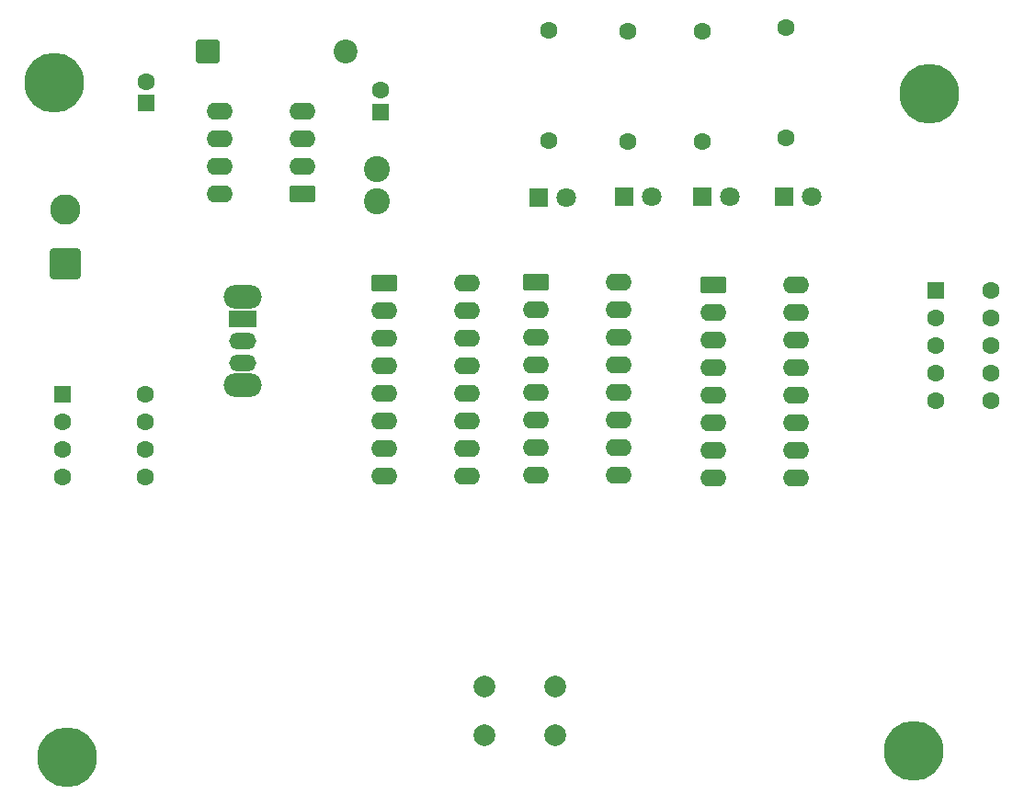
<source format=gbr>
%TF.GenerationSoftware,KiCad,Pcbnew,9.0.3*%
%TF.CreationDate,2025-12-16T11:33:00+01:00*%
%TF.ProjectId,PTP_Josip_Grgic_Project1,5054505f-4a6f-4736-9970-5f4772676963,rev?*%
%TF.SameCoordinates,Original*%
%TF.FileFunction,Soldermask,Bot*%
%TF.FilePolarity,Negative*%
%FSLAX46Y46*%
G04 Gerber Fmt 4.6, Leading zero omitted, Abs format (unit mm)*
G04 Created by KiCad (PCBNEW 9.0.3) date 2025-12-16 11:33:00*
%MOMM*%
%LPD*%
G01*
G04 APERTURE LIST*
G04 Aperture macros list*
%AMRoundRect*
0 Rectangle with rounded corners*
0 $1 Rounding radius*
0 $2 $3 $4 $5 $6 $7 $8 $9 X,Y pos of 4 corners*
0 Add a 4 corners polygon primitive as box body*
4,1,4,$2,$3,$4,$5,$6,$7,$8,$9,$2,$3,0*
0 Add four circle primitives for the rounded corners*
1,1,$1+$1,$2,$3*
1,1,$1+$1,$4,$5*
1,1,$1+$1,$6,$7*
1,1,$1+$1,$8,$9*
0 Add four rect primitives between the rounded corners*
20,1,$1+$1,$2,$3,$4,$5,0*
20,1,$1+$1,$4,$5,$6,$7,0*
20,1,$1+$1,$6,$7,$8,$9,0*
20,1,$1+$1,$8,$9,$2,$3,0*%
G04 Aperture macros list end*
%ADD10C,5.500000*%
%ADD11RoundRect,0.250000X0.550000X-0.550000X0.550000X0.550000X-0.550000X0.550000X-0.550000X-0.550000X0*%
%ADD12C,1.600000*%
%ADD13RoundRect,0.250000X0.950000X0.550000X-0.950000X0.550000X-0.950000X-0.550000X0.950000X-0.550000X0*%
%ADD14O,2.400000X1.600000*%
%ADD15C,2.400000*%
%ADD16RoundRect,0.250000X-0.550000X-0.550000X0.550000X-0.550000X0.550000X0.550000X-0.550000X0.550000X0*%
%ADD17C,2.000000*%
%ADD18R,1.800000X1.800000*%
%ADD19C,1.800000*%
%ADD20RoundRect,0.250000X-0.950000X-0.550000X0.950000X-0.550000X0.950000X0.550000X-0.950000X0.550000X0*%
%ADD21R,1.600000X1.600000*%
%ADD22RoundRect,0.250001X1.149999X-1.149999X1.149999X1.149999X-1.149999X1.149999X-1.149999X-1.149999X0*%
%ADD23C,2.800000*%
%ADD24RoundRect,0.249999X-0.850001X-0.850001X0.850001X-0.850001X0.850001X0.850001X-0.850001X0.850001X0*%
%ADD25C,2.200000*%
%ADD26O,3.500000X2.200000*%
%ADD27R,2.500000X1.500000*%
%ADD28O,2.500000X1.500000*%
G04 APERTURE END LIST*
D10*
%TO.C,H2*%
X124650000Y-117650000D03*
%TD*%
D11*
%TO.C,C1*%
X132000000Y-57425000D03*
D12*
X132000000Y-55425000D03*
%TD*%
D13*
%TO.C,U1*%
X146325000Y-65775000D03*
D14*
X146325000Y-63235000D03*
X146325000Y-60695000D03*
X146325000Y-58155000D03*
X138705000Y-58155000D03*
X138705000Y-60695000D03*
X138705000Y-63235000D03*
X138705000Y-65775000D03*
%TD*%
D10*
%TO.C,H3*%
X204125000Y-56575000D03*
%TD*%
D15*
%TO.C,L1*%
X153250000Y-66475000D03*
X153250000Y-63475000D03*
%TD*%
D16*
%TO.C,U7*%
X124295000Y-84215000D03*
D12*
X124295000Y-86755000D03*
X124295000Y-89295000D03*
X124295000Y-91835000D03*
X131915000Y-91835000D03*
X131915000Y-89295000D03*
X131915000Y-86755000D03*
X131915000Y-84215000D03*
%TD*%
D17*
%TO.C,SW1*%
X163125000Y-111175000D03*
X169625000Y-111175000D03*
X163125000Y-115675000D03*
X169625000Y-115675000D03*
%TD*%
D18*
%TO.C,D3*%
X183225000Y-66000000D03*
D19*
X185765000Y-66000000D03*
%TD*%
D18*
%TO.C,D1*%
X168160000Y-66150000D03*
D19*
X170700000Y-66150000D03*
%TD*%
D12*
%TO.C,R3*%
X183150000Y-60980000D03*
X183150000Y-50820000D03*
%TD*%
D18*
%TO.C,D2*%
X175975000Y-66000000D03*
D19*
X178515000Y-66000000D03*
%TD*%
D18*
%TO.C,D5*%
X190725000Y-66000000D03*
D19*
X193265000Y-66000000D03*
%TD*%
D20*
%TO.C,U3*%
X167830000Y-73895000D03*
D14*
X167830000Y-76435000D03*
X167830000Y-78975000D03*
X167830000Y-81515000D03*
X167830000Y-84055000D03*
X167830000Y-86595000D03*
X167830000Y-89135000D03*
X167830000Y-91675000D03*
X175450000Y-91675000D03*
X175450000Y-89135000D03*
X175450000Y-86595000D03*
X175450000Y-84055000D03*
X175450000Y-81515000D03*
X175450000Y-78975000D03*
X175450000Y-76435000D03*
X175450000Y-73895000D03*
%TD*%
D10*
%TO.C,H1*%
X123500000Y-55500000D03*
%TD*%
D20*
%TO.C,U4*%
X184190000Y-74135000D03*
D14*
X184190000Y-76675000D03*
X184190000Y-79215000D03*
X184190000Y-81755000D03*
X184190000Y-84295000D03*
X184190000Y-86835000D03*
X184190000Y-89375000D03*
X184190000Y-91915000D03*
X191810000Y-91915000D03*
X191810000Y-89375000D03*
X191810000Y-86835000D03*
X191810000Y-84295000D03*
X191810000Y-81755000D03*
X191810000Y-79215000D03*
X191810000Y-76675000D03*
X191810000Y-74135000D03*
%TD*%
D12*
%TO.C,R4*%
X190900000Y-60630000D03*
X190900000Y-50470000D03*
%TD*%
%TO.C,R1*%
X169025000Y-60855000D03*
X169025000Y-50695000D03*
%TD*%
D21*
%TO.C,U5*%
X204682500Y-74632500D03*
D12*
X204682500Y-77172500D03*
X204682500Y-79712500D03*
X204682500Y-82252500D03*
X204682500Y-84792500D03*
X209762500Y-84792500D03*
X209762500Y-82252500D03*
X209762500Y-79712500D03*
X209762500Y-77172500D03*
X209762500Y-74632500D03*
%TD*%
%TO.C,R2*%
X176325000Y-60980000D03*
X176325000Y-50820000D03*
%TD*%
D22*
%TO.C,J1*%
X124542500Y-72200000D03*
D23*
X124542500Y-67200000D03*
%TD*%
D20*
%TO.C,U2*%
X153915000Y-74010000D03*
D14*
X153915000Y-76550000D03*
X153915000Y-79090000D03*
X153915000Y-81630000D03*
X153915000Y-84170000D03*
X153915000Y-86710000D03*
X153915000Y-89250000D03*
X153915000Y-91790000D03*
X161535000Y-91790000D03*
X161535000Y-89250000D03*
X161535000Y-86710000D03*
X161535000Y-84170000D03*
X161535000Y-81630000D03*
X161535000Y-79090000D03*
X161535000Y-76550000D03*
X161535000Y-74010000D03*
%TD*%
D11*
%TO.C,C2*%
X153550000Y-58225000D03*
D12*
X153550000Y-56225000D03*
%TD*%
D24*
%TO.C,D4*%
X137600000Y-52650000D03*
D25*
X150300000Y-52650000D03*
%TD*%
D10*
%TO.C,H4*%
X202650000Y-117100000D03*
%TD*%
D26*
%TO.C,SW2*%
X140850000Y-75225000D03*
X140850000Y-83425000D03*
D27*
X140850000Y-77325000D03*
D28*
X140850000Y-79325000D03*
X140850000Y-81325000D03*
%TD*%
M02*

</source>
